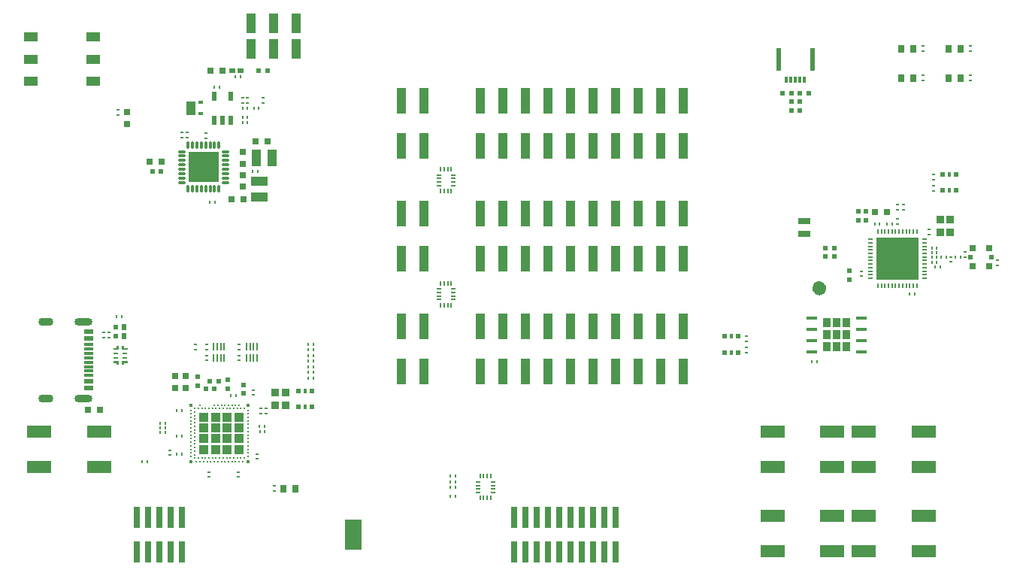
<source format=gtp>
G04*
G04 #@! TF.GenerationSoftware,Altium Limited,Altium Designer,24.6.1 (21)*
G04*
G04 Layer_Color=8421504*
%FSLAX24Y24*%
%MOIN*%
G70*
G04*
G04 #@! TF.SameCoordinates,3324350E-0B28-4C73-BA69-32ECCD091292*
G04*
G04*
G04 #@! TF.FilePolarity,Positive*
G04*
G01*
G75*
%ADD20C,0.0433*%
%ADD21O,0.0669X0.0354*%
%ADD22O,0.0787X0.0354*%
G04:AMPARAMS|DCode=23|XSize=43.3mil|YSize=39.4mil|CornerRadius=3mil|HoleSize=0mil|Usage=FLASHONLY|Rotation=180.000|XOffset=0mil|YOffset=0mil|HoleType=Round|Shape=RoundedRectangle|*
%AMROUNDEDRECTD23*
21,1,0.0433,0.0335,0,0,180.0*
21,1,0.0374,0.0394,0,0,180.0*
1,1,0.0059,-0.0187,0.0167*
1,1,0.0059,0.0187,0.0167*
1,1,0.0059,0.0187,-0.0167*
1,1,0.0059,-0.0187,-0.0167*
%
%ADD23ROUNDEDRECTD23*%
%ADD24R,0.0366X0.0445*%
%ADD25R,0.0106X0.0118*%
%ADD26R,0.0118X0.0106*%
%ADD27O,0.0256X0.0079*%
%ADD28R,0.0315X0.0295*%
%ADD29R,0.0295X0.0315*%
%ADD30O,0.0335X0.0118*%
%ADD31R,0.0400X0.1130*%
%ADD32R,0.0433X0.0630*%
%ADD33R,0.0236X0.0394*%
%ADD34R,0.0449X0.0236*%
%ADD35R,0.0449X0.0118*%
%ADD36R,0.0236X0.0079*%
%ADD37R,0.0256X0.0197*%
%ADD38R,0.0335X0.0374*%
%ADD39R,0.0551X0.0295*%
%ADD40O,0.0118X0.0335*%
%ADD41R,0.1378X0.1378*%
%ADD42R,0.0453X0.0177*%
%ADD43O,0.0098X0.0335*%
%ADD44O,0.0240X0.0071*%
%ADD45O,0.0071X0.0240*%
%ADD46C,0.0167*%
%ADD47C,0.0098*%
%ADD48O,0.0079X0.0256*%
%ADD49R,0.1850X0.1850*%
%ADD50R,0.0728X0.1358*%
%ADD51R,0.1083X0.0551*%
%ADD52R,0.0591X0.0394*%
%ADD53R,0.0236X0.0217*%
%ADD54R,0.0217X0.0236*%
%ADD55R,0.0197X0.0157*%
%ADD56R,0.0236X0.0236*%
%ADD57R,0.0157X0.0236*%
%ADD58R,0.0299X0.0945*%
%ADD59R,0.0402X0.0862*%
%ADD60R,0.0300X0.0320*%
%ADD61R,0.0445X0.0717*%
%ADD62R,0.0717X0.0445*%
%ADD63R,0.0236X0.1024*%
%ADD64R,0.0118X0.0315*%
%ADD65R,0.0315X0.0295*%
%ADD66R,0.0228X0.0197*%
%ADD67R,0.0197X0.0256*%
%ADD68R,0.0197X0.0236*%
%ADD69R,0.0236X0.0197*%
G36*
X4283Y9285D02*
X4204D01*
Y9363D01*
X4047D01*
Y9442D01*
X4283D01*
Y9285D01*
D02*
G37*
G36*
X4677Y9363D02*
X4519D01*
Y9285D01*
X4441D01*
Y9442D01*
X4677D01*
Y9363D01*
D02*
G37*
G36*
X4283Y9954D02*
X4047D01*
Y10033D01*
X4204D01*
Y10111D01*
X4283D01*
Y9954D01*
D02*
G37*
G36*
X4519Y10033D02*
X4677D01*
Y9954D01*
X4441D01*
Y10111D01*
X4519D01*
Y10033D01*
D02*
G37*
D20*
X35454Y12681D02*
G03*
X35454Y12681I-98J0D01*
G01*
D21*
X1069Y11202D02*
D03*
Y7801D02*
D03*
D22*
X2715D02*
D03*
Y11202D02*
D03*
D23*
X9610Y5537D02*
D03*
X9099D02*
D03*
X8587D02*
D03*
X8075D02*
D03*
Y6010D02*
D03*
X8587D02*
D03*
X9099D02*
D03*
X9610D02*
D03*
X8075Y6482D02*
D03*
X8587D02*
D03*
X9099D02*
D03*
X9610D02*
D03*
X8075Y6954D02*
D03*
X8587D02*
D03*
X9099D02*
D03*
X9610D02*
D03*
D24*
X36573Y10095D02*
D03*
Y10618D02*
D03*
Y11142D02*
D03*
X36128Y10095D02*
D03*
Y10618D02*
D03*
Y11142D02*
D03*
X35683Y10095D02*
D03*
Y10618D02*
D03*
Y11142D02*
D03*
D25*
X41386Y14067D02*
D03*
X41610D02*
D03*
X40350Y14272D02*
D03*
X40574D02*
D03*
Y13838D02*
D03*
X40350D02*
D03*
X40498Y13612D02*
D03*
X40722D02*
D03*
X10236Y17860D02*
D03*
X8523Y21579D02*
D03*
X19002Y3458D02*
D03*
X19226D02*
D03*
X19002Y4360D02*
D03*
X19226D02*
D03*
X19002Y3849D02*
D03*
X19226D02*
D03*
X19002Y4104D02*
D03*
X19226D02*
D03*
X9692Y22043D02*
D03*
X9467D02*
D03*
X40350Y14067D02*
D03*
X40574D02*
D03*
X12914Y9950D02*
D03*
X12689D02*
D03*
X12914Y10200D02*
D03*
X12689D02*
D03*
X8557Y16501D02*
D03*
X8332D02*
D03*
X10281Y20664D02*
D03*
X10506D02*
D03*
X9779D02*
D03*
X10004D02*
D03*
X6139Y6500D02*
D03*
X6364D02*
D03*
Y6700D02*
D03*
X6139D02*
D03*
X10004Y20260D02*
D03*
X9779D02*
D03*
X5342Y4974D02*
D03*
X5567D02*
D03*
X12689Y9200D02*
D03*
X12914D02*
D03*
X12689Y9450D02*
D03*
X12914D02*
D03*
X12689Y9700D02*
D03*
X12914D02*
D03*
X12689Y8950D02*
D03*
X12914D02*
D03*
Y8700D02*
D03*
X12689D02*
D03*
X10541Y6570D02*
D03*
X10766D02*
D03*
X40766Y14067D02*
D03*
X40990D02*
D03*
X10461Y17860D02*
D03*
X10004Y20024D02*
D03*
X9779D02*
D03*
X6139Y6300D02*
D03*
X6364D02*
D03*
X8748Y21579D02*
D03*
X4423Y11427D02*
D03*
X4199D02*
D03*
X9496Y7935D02*
D03*
X9272D02*
D03*
X10769Y6330D02*
D03*
X10544D02*
D03*
X35260Y9410D02*
D03*
X35035D02*
D03*
X6852Y5315D02*
D03*
X7076D02*
D03*
X6852Y6131D02*
D03*
X7076D02*
D03*
X6852Y7245D02*
D03*
X7076D02*
D03*
X37810Y15527D02*
D03*
X38034D02*
D03*
X39594Y12428D02*
D03*
X39370D02*
D03*
X40350Y14468D02*
D03*
X40574D02*
D03*
X38360Y15527D02*
D03*
X38585D02*
D03*
D26*
X41811Y14067D02*
D03*
Y14291D02*
D03*
X11202Y3688D02*
D03*
X4252Y20589D02*
D03*
Y20365D02*
D03*
X10009Y21121D02*
D03*
Y20896D02*
D03*
X40442Y17220D02*
D03*
Y16996D02*
D03*
X7076Y19363D02*
D03*
Y19588D02*
D03*
X7330Y19363D02*
D03*
Y19588D02*
D03*
X42055Y23412D02*
D03*
Y23188D02*
D03*
X39955Y23412D02*
D03*
Y23188D02*
D03*
X7706Y9961D02*
D03*
Y10185D02*
D03*
X6562Y5505D02*
D03*
Y5280D02*
D03*
X32123Y10042D02*
D03*
Y9817D02*
D03*
X40442Y17499D02*
D03*
Y17724D02*
D03*
X32120Y10330D02*
D03*
Y10555D02*
D03*
X10417Y5337D02*
D03*
Y5112D02*
D03*
X11202Y3912D02*
D03*
X42055Y22112D02*
D03*
Y21888D02*
D03*
X39955Y22112D02*
D03*
Y21888D02*
D03*
X38832Y16379D02*
D03*
Y16154D02*
D03*
X10703Y21121D02*
D03*
Y20896D02*
D03*
X8188Y9474D02*
D03*
Y9698D02*
D03*
X9783Y20896D02*
D03*
Y21121D02*
D03*
X3868Y10498D02*
D03*
Y10722D02*
D03*
X43260Y13923D02*
D03*
Y13699D02*
D03*
X10274Y8167D02*
D03*
Y7942D02*
D03*
X10594Y7122D02*
D03*
Y7347D02*
D03*
X9584Y4312D02*
D03*
Y4537D02*
D03*
X10811Y7347D02*
D03*
Y7122D02*
D03*
X3632Y10722D02*
D03*
Y10498D02*
D03*
X8149Y19556D02*
D03*
Y19331D02*
D03*
X8304Y4312D02*
D03*
Y4537D02*
D03*
X9638Y9961D02*
D03*
Y10185D02*
D03*
Y9474D02*
D03*
Y9698D02*
D03*
X8188Y9961D02*
D03*
Y10185D02*
D03*
X38832Y15749D02*
D03*
Y15524D02*
D03*
X41195Y14067D02*
D03*
Y13843D02*
D03*
X37212Y13214D02*
D03*
Y13439D02*
D03*
X40222Y15279D02*
D03*
Y15054D02*
D03*
X39092Y16154D02*
D03*
Y16379D02*
D03*
D27*
X40012Y13909D02*
D03*
X37630Y14854D02*
D03*
Y14697D02*
D03*
Y14539D02*
D03*
Y14382D02*
D03*
Y14224D02*
D03*
Y14067D02*
D03*
Y13909D02*
D03*
Y13752D02*
D03*
Y13594D02*
D03*
Y13437D02*
D03*
Y13280D02*
D03*
Y13122D02*
D03*
X40012D02*
D03*
Y13280D02*
D03*
Y13437D02*
D03*
Y13594D02*
D03*
Y13752D02*
D03*
Y14067D02*
D03*
Y14224D02*
D03*
Y14382D02*
D03*
Y14539D02*
D03*
Y14697D02*
D03*
Y14854D02*
D03*
D28*
X9790Y17705D02*
D03*
X9790Y18197D02*
D03*
X4652Y20477D02*
D03*
Y19945D02*
D03*
X7244Y8780D02*
D03*
Y8249D02*
D03*
X6784Y8780D02*
D03*
Y8249D02*
D03*
X9790Y18729D02*
D03*
X9790Y17174D02*
D03*
D29*
X6204Y18290D02*
D03*
X3455Y7304D02*
D03*
X2923D02*
D03*
X8344Y22323D02*
D03*
X8876Y22323D02*
D03*
X38348Y16047D02*
D03*
X37816D02*
D03*
X10904Y19190D02*
D03*
X10372D02*
D03*
X9813Y16609D02*
D03*
X9281D02*
D03*
X5672Y18290D02*
D03*
D30*
X9013Y17951D02*
D03*
X7083Y18148D02*
D03*
Y17361D02*
D03*
Y17557D02*
D03*
Y17754D02*
D03*
Y17951D02*
D03*
Y18345D02*
D03*
Y18542D02*
D03*
Y18739D02*
D03*
X9013D02*
D03*
Y18542D02*
D03*
Y18345D02*
D03*
Y18148D02*
D03*
Y17754D02*
D03*
Y17557D02*
D03*
Y17361D02*
D03*
D31*
X16825Y19000D02*
D03*
Y14000D02*
D03*
Y9000D02*
D03*
Y11000D02*
D03*
X17825D02*
D03*
Y9000D02*
D03*
X16825Y16000D02*
D03*
X17825D02*
D03*
Y14000D02*
D03*
X16825Y21000D02*
D03*
X17825D02*
D03*
Y19000D02*
D03*
X24325Y11000D02*
D03*
Y9000D02*
D03*
X23325Y11000D02*
D03*
Y9000D02*
D03*
X22325Y11000D02*
D03*
Y9000D02*
D03*
X20325Y11000D02*
D03*
X21325D02*
D03*
Y9000D02*
D03*
X20325D02*
D03*
X25325Y11000D02*
D03*
Y9000D02*
D03*
X26325Y11000D02*
D03*
Y9000D02*
D03*
X27325Y11000D02*
D03*
Y9000D02*
D03*
X28325Y11000D02*
D03*
Y9000D02*
D03*
X29325Y11000D02*
D03*
Y9000D02*
D03*
X24325Y16000D02*
D03*
Y14000D02*
D03*
X23325Y16000D02*
D03*
Y14000D02*
D03*
X22325Y16000D02*
D03*
Y14000D02*
D03*
X20325Y16000D02*
D03*
X21325D02*
D03*
Y14000D02*
D03*
X20325D02*
D03*
X25325Y16000D02*
D03*
Y14000D02*
D03*
X26325Y16000D02*
D03*
Y14000D02*
D03*
X27325Y16000D02*
D03*
Y14000D02*
D03*
X28325Y16000D02*
D03*
Y14000D02*
D03*
X29325Y16000D02*
D03*
Y14000D02*
D03*
X24325Y21000D02*
D03*
Y19000D02*
D03*
X23325Y21000D02*
D03*
Y19000D02*
D03*
X22325Y21000D02*
D03*
Y19000D02*
D03*
X20325Y21000D02*
D03*
X21325D02*
D03*
Y19000D02*
D03*
X20325D02*
D03*
X25325Y21000D02*
D03*
Y19000D02*
D03*
X26325Y21000D02*
D03*
Y19000D02*
D03*
X27325Y21000D02*
D03*
Y19000D02*
D03*
X28325Y21000D02*
D03*
Y19000D02*
D03*
X29325Y21000D02*
D03*
Y19000D02*
D03*
D32*
X7500Y20664D02*
D03*
D33*
X8523Y21195D02*
D03*
Y20132D02*
D03*
X8897D02*
D03*
X9271D02*
D03*
Y21195D02*
D03*
D34*
X2947Y8242D02*
D03*
Y8557D02*
D03*
Y10761D02*
D03*
Y10446D02*
D03*
D35*
Y8813D02*
D03*
Y9009D02*
D03*
Y9206D02*
D03*
Y9403D02*
D03*
Y9600D02*
D03*
Y9797D02*
D03*
Y9994D02*
D03*
Y10191D02*
D03*
D36*
X4165Y9797D02*
D03*
X4559D02*
D03*
X4165Y9600D02*
D03*
X4559D02*
D03*
D37*
X9692Y22333D02*
D03*
X9318D02*
D03*
D38*
X11233Y8049D02*
D03*
X11685D02*
D03*
Y7478D02*
D03*
X11233D02*
D03*
X40716Y15732D02*
D03*
X41168D02*
D03*
Y15161D02*
D03*
X40716D02*
D03*
D39*
X34678Y15669D02*
D03*
Y15098D02*
D03*
D40*
X8737Y17085D02*
D03*
X8540D02*
D03*
X8343D02*
D03*
X8146D02*
D03*
X7950D02*
D03*
X7753D02*
D03*
X7556D02*
D03*
X7359D02*
D03*
Y19014D02*
D03*
X7556D02*
D03*
X7753D02*
D03*
X7950D02*
D03*
X8146D02*
D03*
X8343D02*
D03*
X8540D02*
D03*
X8737D02*
D03*
D41*
X8048Y18050D02*
D03*
D42*
X37219Y9868D02*
D03*
Y10368D02*
D03*
Y10868D02*
D03*
Y11368D02*
D03*
X35038Y9868D02*
D03*
Y10368D02*
D03*
Y10868D02*
D03*
Y11368D02*
D03*
D43*
X9952Y9586D02*
D03*
X10110D02*
D03*
X10267D02*
D03*
X10425D02*
D03*
Y10078D02*
D03*
X10267D02*
D03*
X10110D02*
D03*
X9952D02*
D03*
X8502Y9586D02*
D03*
X8660D02*
D03*
X8817D02*
D03*
X8975D02*
D03*
Y10078D02*
D03*
X8817D02*
D03*
X8660D02*
D03*
X8502D02*
D03*
D44*
X20228Y4094D02*
D03*
Y3937D02*
D03*
Y3780D02*
D03*
Y3622D02*
D03*
X20878D02*
D03*
Y3780D02*
D03*
Y3937D02*
D03*
Y4094D02*
D03*
X18480Y12652D02*
D03*
Y12495D02*
D03*
Y12337D02*
D03*
Y12180D02*
D03*
X19130D02*
D03*
Y12337D02*
D03*
Y12495D02*
D03*
Y12652D02*
D03*
X18479Y17705D02*
D03*
Y17548D02*
D03*
Y17390D02*
D03*
Y17233D02*
D03*
X19128D02*
D03*
Y17390D02*
D03*
Y17548D02*
D03*
Y17705D02*
D03*
D45*
X20317Y3376D02*
D03*
X20474D02*
D03*
X20632D02*
D03*
X20789D02*
D03*
Y4341D02*
D03*
X20632D02*
D03*
X20474D02*
D03*
X20317D02*
D03*
X18569Y11934D02*
D03*
X18726D02*
D03*
X18884D02*
D03*
X19041D02*
D03*
Y12898D02*
D03*
X18884D02*
D03*
X18726D02*
D03*
X18569D02*
D03*
X18567Y16987D02*
D03*
X18725D02*
D03*
X18882D02*
D03*
X19040D02*
D03*
Y17951D02*
D03*
X18882D02*
D03*
X18725D02*
D03*
X18567D02*
D03*
D46*
X7504Y7506D02*
D03*
Y4986D02*
D03*
X10024D02*
D03*
Y7506D02*
D03*
D47*
X9630D02*
D03*
X9788Y4986D02*
D03*
X9630D02*
D03*
X9866Y5143D02*
D03*
Y7348D02*
D03*
X7504Y5222D02*
D03*
X9473Y4986D02*
D03*
X9315D02*
D03*
X9158D02*
D03*
X9000D02*
D03*
X8843D02*
D03*
X8685D02*
D03*
X8528D02*
D03*
X8370D02*
D03*
X8213D02*
D03*
X8055D02*
D03*
X7898D02*
D03*
X7740D02*
D03*
X9709Y5143D02*
D03*
X9551D02*
D03*
X9394D02*
D03*
X9236D02*
D03*
X9079D02*
D03*
X8921D02*
D03*
X8764D02*
D03*
X8606D02*
D03*
X8449D02*
D03*
X8291D02*
D03*
X8134D02*
D03*
X7976D02*
D03*
X7819D02*
D03*
X7662D02*
D03*
Y5301D02*
D03*
Y5458D02*
D03*
X7504Y5380D02*
D03*
Y5537D02*
D03*
X7662Y5616D02*
D03*
X10024Y5695D02*
D03*
X7504D02*
D03*
X7662Y5773D02*
D03*
X10024Y5852D02*
D03*
X7504D02*
D03*
X7662Y5931D02*
D03*
X10024Y6010D02*
D03*
X7504D02*
D03*
X7662Y6088D02*
D03*
X10024Y6167D02*
D03*
X7504D02*
D03*
X7662Y6246D02*
D03*
X10024Y6325D02*
D03*
X7504D02*
D03*
X7662Y6403D02*
D03*
X10024Y6482D02*
D03*
X7504D02*
D03*
X7662Y6561D02*
D03*
X10024Y6640D02*
D03*
X7504D02*
D03*
X7662Y6718D02*
D03*
X10024Y6797D02*
D03*
X7504D02*
D03*
X7662Y6876D02*
D03*
X10024Y6954D02*
D03*
X7504D02*
D03*
X7662Y7033D02*
D03*
X10024Y7112D02*
D03*
X7504D02*
D03*
X7662Y7191D02*
D03*
X10024Y7269D02*
D03*
X7504D02*
D03*
X9236Y7348D02*
D03*
X9079D02*
D03*
X8921D02*
D03*
X8764D02*
D03*
X8606D02*
D03*
X8449D02*
D03*
X8291D02*
D03*
X8134D02*
D03*
X7976D02*
D03*
X7819D02*
D03*
X7662D02*
D03*
X9473Y7506D02*
D03*
X9315D02*
D03*
X9158D02*
D03*
X9000D02*
D03*
X8843D02*
D03*
X8685D02*
D03*
X8528D02*
D03*
X7898D02*
D03*
X9394Y7348D02*
D03*
X9551D02*
D03*
X9709D02*
D03*
X10024Y5537D02*
D03*
Y5380D02*
D03*
Y5222D02*
D03*
D48*
X37955Y12797D02*
D03*
X38112D02*
D03*
X38270D02*
D03*
X38427D02*
D03*
X38585D02*
D03*
X38742D02*
D03*
X38900D02*
D03*
X39057D02*
D03*
X39215D02*
D03*
X39372D02*
D03*
X39530D02*
D03*
X39687D02*
D03*
Y15179D02*
D03*
X39530D02*
D03*
X39372D02*
D03*
X39215D02*
D03*
X39057D02*
D03*
X38900D02*
D03*
X38742D02*
D03*
X38585D02*
D03*
X38427D02*
D03*
X38270D02*
D03*
X38112D02*
D03*
X37955D02*
D03*
D49*
X38821Y13988D02*
D03*
D50*
X14694Y1769D02*
D03*
D51*
X37324Y2582D02*
D03*
Y1007D02*
D03*
X39982Y2582D02*
D03*
Y1007D02*
D03*
X33284Y2582D02*
D03*
Y1007D02*
D03*
X35942Y2582D02*
D03*
Y1007D02*
D03*
X37324Y6322D02*
D03*
Y4747D02*
D03*
X39982Y6322D02*
D03*
Y4747D02*
D03*
X33284Y6322D02*
D03*
Y4747D02*
D03*
X35942Y6322D02*
D03*
Y4747D02*
D03*
X773Y6337D02*
D03*
Y4763D02*
D03*
X3430Y6337D02*
D03*
Y4763D02*
D03*
D52*
X3158Y21846D02*
D03*
Y23814D02*
D03*
Y22830D02*
D03*
X402D02*
D03*
Y23814D02*
D03*
Y21846D02*
D03*
D53*
X35619Y14106D02*
D03*
X36013D02*
D03*
X35619Y14470D02*
D03*
X36013D02*
D03*
X10482Y22333D02*
D03*
X10876D02*
D03*
D54*
X34118Y20946D02*
D03*
Y20553D02*
D03*
X34490Y20946D02*
D03*
Y20553D02*
D03*
D55*
X7913Y20920D02*
D03*
Y20408D02*
D03*
D56*
X41411Y17728D02*
D03*
X40821D02*
D03*
Y17020D02*
D03*
X41411D02*
D03*
X31746Y10545D02*
D03*
X31155D02*
D03*
Y9836D02*
D03*
X31746D02*
D03*
X12270Y7407D02*
D03*
X12860D02*
D03*
Y8116D02*
D03*
X12270D02*
D03*
D57*
X41116Y17728D02*
D03*
Y17020D02*
D03*
X31450Y10545D02*
D03*
Y9836D02*
D03*
X12565Y7407D02*
D03*
Y8116D02*
D03*
D58*
X5104Y2539D02*
D03*
X5604D02*
D03*
X6104D02*
D03*
X6604D02*
D03*
X7104D02*
D03*
X5104Y1004D02*
D03*
X5604D02*
D03*
X6104D02*
D03*
X6604D02*
D03*
X7104D02*
D03*
X23826Y1004D02*
D03*
X23326D02*
D03*
X22826D02*
D03*
X22326D02*
D03*
X21826D02*
D03*
X23826Y2539D02*
D03*
X23326D02*
D03*
X22826D02*
D03*
X22326D02*
D03*
X21826D02*
D03*
X24326D02*
D03*
X24826D02*
D03*
X25326D02*
D03*
X25826D02*
D03*
X26326D02*
D03*
X24326Y1004D02*
D03*
X24826D02*
D03*
X25326D02*
D03*
X25826D02*
D03*
X26326D02*
D03*
X21826Y2539D02*
D03*
X22326D02*
D03*
X22826D02*
D03*
X23326D02*
D03*
X23826D02*
D03*
X21826Y1004D02*
D03*
X22326D02*
D03*
X22826D02*
D03*
X23326D02*
D03*
X23826D02*
D03*
D59*
X12170Y24437D02*
D03*
Y23284D02*
D03*
X10170D02*
D03*
Y24437D02*
D03*
X11170D02*
D03*
Y23284D02*
D03*
D60*
X41080Y22000D02*
D03*
X41630D02*
D03*
X38980D02*
D03*
X39530D02*
D03*
X41080Y23300D02*
D03*
X41630D02*
D03*
X38980D02*
D03*
X39530D02*
D03*
X12127Y3800D02*
D03*
X11577D02*
D03*
D61*
X10380Y18460D02*
D03*
X11076D02*
D03*
D62*
X10531Y17410D02*
D03*
Y16713D02*
D03*
D63*
X33555Y22817D02*
D03*
X35051D02*
D03*
D64*
X34106Y21911D02*
D03*
X34303D02*
D03*
X34500D02*
D03*
X34697D02*
D03*
X33909D02*
D03*
D65*
X42148Y13663D02*
D03*
Y14470D02*
D03*
X42896D02*
D03*
Y13663D02*
D03*
D66*
X42065Y14067D02*
D03*
X42978D02*
D03*
D67*
X4518Y10571D02*
D03*
Y10945D02*
D03*
D68*
X4173Y10561D02*
D03*
Y10955D02*
D03*
X36688Y13447D02*
D03*
Y13053D02*
D03*
X7794Y8348D02*
D03*
Y8741D02*
D03*
X9824Y8008D02*
D03*
Y8401D02*
D03*
X9134Y8632D02*
D03*
Y8238D02*
D03*
X37432Y15700D02*
D03*
Y16093D02*
D03*
X37102Y15700D02*
D03*
Y16093D02*
D03*
D69*
X8541Y8225D02*
D03*
X8147D02*
D03*
X8721Y8565D02*
D03*
X8327D02*
D03*
X6175Y17840D02*
D03*
X5781D02*
D03*
X34115Y21308D02*
D03*
X33721D02*
D03*
X34883D02*
D03*
X34490D02*
D03*
M02*

</source>
